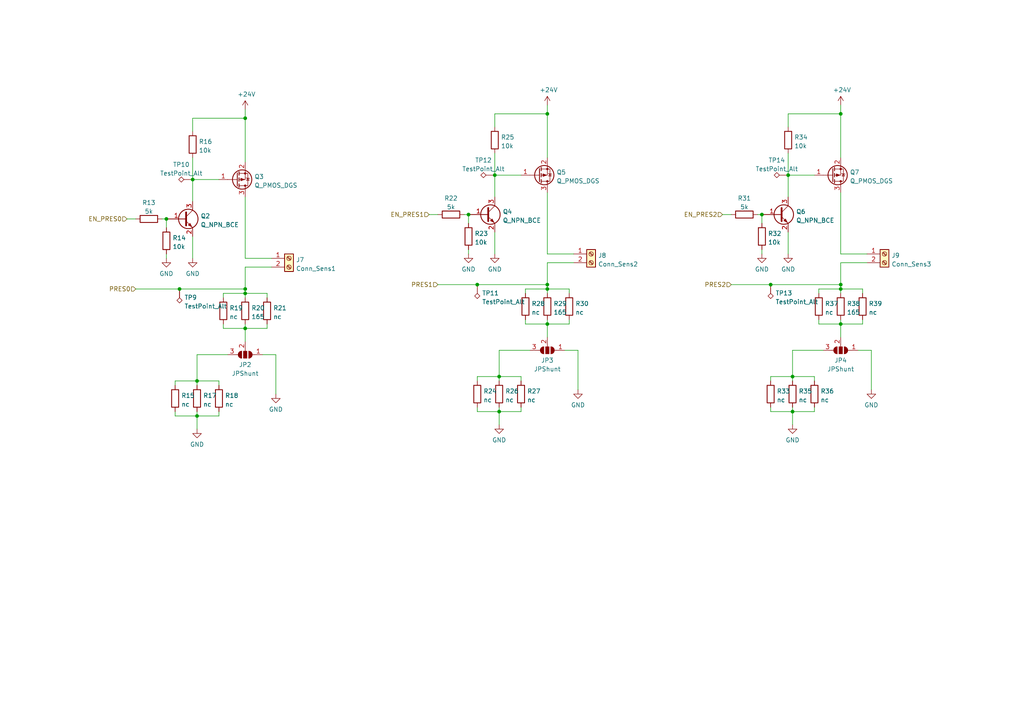
<source format=kicad_sch>
(kicad_sch (version 20211123) (generator eeschema)
  (paper "A4")
  (title_block (title "FloatPUMP Schematics") (date "2022-11-11") (rev "1.0") (company "robtor.de") (comment 1 "Controller board for up to 3 water pumps") (comment 2 "measuring capabilities with piezoresistive pressure sensors") (comment 3 "sensor input Range 4mA-20mA"))
  (lib_symbols
    (symbol "Connector:Screw_Terminal_01x02" (pin_names (offset 1.016) hide)
      (property "Reference" "J" (at 0 2.54 0))
      (property "Value" "Screw_Terminal_01x02" (at 0 -5.08 0))
      (symbol "Screw_Terminal_01x02_1_1"
        (rectangle (start -1.27 1.27) (end 1.27 -3.81) (stroke (width 0.254)) (fill (type background)))
        (circle (center 0 -2.54) (radius 0.635) (stroke (width 0.1524)))
        (polyline (pts (xy -0.5334 -2.2098) (xy 0.3302 -3.048)) (stroke (width 0.1524)))
        (polyline (pts (xy -0.5334 0.3302) (xy 0.3302 -0.508)) (stroke (width 0.1524)))
        (polyline (pts (xy -0.3556 -2.032) (xy 0.508 -2.8702)) (stroke (width 0.1524)))
        (polyline (pts (xy -0.3556 0.508) (xy 0.508 -0.3302)) (stroke (width 0.1524)))
        (circle (center 0 0) (radius 0.635) (stroke (width 0.1524)))
        (pin passive line (at -5.08 0 0) (length 3.81) (name "Pin_1") (number "1"))
        (pin passive line (at -5.08 -2.54 0) (length 3.81) (name "Pin_2") (number "2"))
      )
    )
    (symbol "Connector:TestPoint_Alt" (pin_numbers hide) (pin_names (offset 0.762) hide)
      (property "Reference" "TP" (at 0 6.858 0))
      (property "Value" "TestPoint_Alt" (at 0 5.08 0))
      (symbol "TestPoint_Alt_0_1"
        (polyline (pts (xy 0 2.54) (xy -0.762 3.302) (xy 0 4.064) (xy 0.762 3.302) (xy 0 2.54)))
      )
      (symbol "TestPoint_Alt_1_1"
        (pin passive line (at 0 0 90) (length 2.54) (name "1") (number "1"))
      )
    )
    (symbol "Device:Q_NPN_BEC" (pin_names (offset 0) hide)
      (property "Reference" "Q" (at 5.08 1.27 0))
      (property "Value" "Q_NPN_BEC" (at 5.08 -1.27 0))
      (symbol "Q_NPN_BEC_0_1"
        (polyline (pts (xy 0.635 0.635) (xy 2.54 2.54)))
        (polyline (pts (xy 0.635 -0.635) (xy 2.54 -2.54) (xy 2.54 -2.54)))
        (polyline (pts (xy 0.635 1.905) (xy 0.635 -1.905) (xy 0.635 -1.905)) (stroke (width 0.508)))
        (polyline (pts (xy 1.27 -1.778) (xy 1.778 -1.27) (xy 2.286 -2.286) (xy 1.27 -1.778) (xy 1.27 -1.778)) (fill (type outline)))
        (circle (center 1.27 0) (radius 2.8194) (stroke (width 0.254)))
      )
      (symbol "Q_NPN_BEC_1_1"
        (pin input line (at -5.08 0 0) (length 5.715) (name "B") (number "1"))
        (pin passive line (at 2.54 -5.08 90) (length 2.54) (name "E") (number "2"))
        (pin passive line (at 2.54 5.08 270) (length 2.54) (name "C") (number "3"))
      )
    )
    (symbol "Device:Q_PMOS_GSD" (pin_names (offset 0) hide)
      (property "Reference" "Q" (at 5.08 1.27 0))
      (property "Value" "Q_PMOS_GSD" (at 5.08 -1.27 0))
      (symbol "Q_PMOS_GSD_0_1"
        (polyline (pts (xy 0.254 0) (xy -2.54 0)))
        (polyline (pts (xy 0.254 1.905) (xy 0.254 -1.905)) (stroke (width 0.254)))
        (polyline (pts (xy 0.762 -1.27) (xy 0.762 -2.286)) (stroke (width 0.254)))
        (polyline (pts (xy 0.762 0.508) (xy 0.762 -0.508)) (stroke (width 0.254)))
        (polyline (pts (xy 0.762 2.286) (xy 0.762 1.27)) (stroke (width 0.254)))
        (polyline (pts (xy 2.54 2.54) (xy 2.54 1.778)))
        (polyline (pts (xy 2.54 -2.54) (xy 2.54 0) (xy 0.762 0)))
        (polyline (pts (xy 0.762 1.778) (xy 3.302 1.778) (xy 3.302 -1.778) (xy 0.762 -1.778)))
        (polyline (pts (xy 2.286 0) (xy 1.27 0.381) (xy 1.27 -0.381) (xy 2.286 0)) (fill (type outline)))
        (polyline (pts (xy 2.794 -0.508) (xy 2.921 -0.381) (xy 3.683 -0.381) (xy 3.81 -0.254)))
        (polyline (pts (xy 3.302 -0.381) (xy 2.921 0.254) (xy 3.683 0.254) (xy 3.302 -0.381)))
        (circle (center 1.651 0) (radius 2.794) (stroke (width 0.254)))
        (circle (center 2.54 -1.778) (radius 0.254) (fill (type outline)))
        (circle (center 2.54 1.778) (radius 0.254) (fill (type outline)))
      )
      (symbol "Q_PMOS_GSD_1_1"
        (pin input line (at -5.08 0 0) (length 2.54) (name "G") (number "1"))
        (pin passive line (at 2.54 -5.08 90) (length 2.54) (name "S") (number "2"))
        (pin passive line (at 2.54 5.08 270) (length 2.54) (name "D") (number "3"))
      )
    )
    (symbol "Device:R" (pin_numbers hide) (pin_names (offset 0))
      (property "Reference" "R" (at 2.032 0 90))
      (property "Value" "R" (at 0 0 90))
      (symbol "R_0_1"
        (rectangle (start -1.016 -2.54) (end 1.016 2.54) (stroke (width 0.254)))
      )
      (symbol "R_1_1"
        (pin passive line (at 0 3.81 270) (length 1.27) (name "~") (number "1"))
        (pin passive line (at 0 -3.81 90) (length 1.27) (name "~") (number "2"))
      )
    )
    (symbol "Jumper:SolderJumper_3_Open" (pin_names (offset 0) hide)
      (property "Reference" "JP" (at -2.54 -2.54 0))
      (property "Value" "SolderJumper_3_Open" (at 0 2.794 0))
      (symbol "SolderJumper_3_Open_0_1"
        (arc (start -1.016 1.016) (mid -2.032 0) (end -1.016 -1.016))
        (arc (start -1.016 1.016) (mid -2.032 0) (end -1.016 -1.016) (fill (type outline)))
        (rectangle (start -0.508 1.016) (end 0.508 -1.016) (fill (type outline)))
        (polyline (pts (xy -2.54 0) (xy -2.032 0)))
        (polyline (pts (xy -1.016 1.016) (xy -1.016 -1.016)))
        (polyline (pts (xy 0 -1.27) (xy 0 -1.016)))
        (polyline (pts (xy 1.016 1.016) (xy 1.016 -1.016)))
        (polyline (pts (xy 2.54 0) (xy 2.032 0)))
        (arc (start 1.016 -1.016) (mid 2.032 0) (end 1.016 1.016))
        (arc (start 1.016 -1.016) (mid 2.032 0) (end 1.016 1.016) (fill (type outline)))
      )
      (symbol "SolderJumper_3_Open_1_1"
        (pin passive line (at -5.08 0 0) (length 2.54) (name "A") (number "1"))
        (pin passive line (at 0 -3.81 90) (length 2.54) (name "C") (number "2"))
        (pin passive line (at 5.08 0 180) (length 2.54) (name "B") (number "3"))
      )
    )
    (symbol "power:+24V" (power) (pin_names (offset 0))
      (property "Value" "+24V" (at 0 3.556 0))
      (symbol "+24V_0_1"
        (polyline (pts (xy -0.762 1.27) (xy 0 2.54)))
        (polyline (pts (xy 0 0) (xy 0 2.54)))
        (polyline (pts (xy 0 2.54) (xy 0.762 1.27)))
      )
      (symbol "+24V_1_1"
        (pin power_in line (at 0 0 90) (length 0) hide (name "+24V") (number "1"))
      )
    )
    (symbol "power:GND" (power) (pin_names (offset 0))
      (property "Value" "GND" (at 0 -3.81 0))
      (symbol "GND_0_1"
        (polyline (pts (xy 0 0) (xy 0 -1.27) (xy 1.27 -1.27) (xy 0 -2.54) (xy -1.27 -1.27) (xy 0 -1.27)))
      )
      (symbol "GND_1_1"
        (pin power_in line (at 0 0 270) (length 0) hide (name "GND") (number "1"))
      )
    )
  )
  (junction (at 143.51 50.8))
  (junction (at 158.75 33.02))
  (junction (at 229.87 119.38))
  (junction (at 243.84 33.02))
  (junction (at 229.87 109.22))
  (junction (at 138.43 82.55))
  (junction (at 243.84 82.55))
  (junction (at 57.15 110.49))
  (junction (at 55.88 52.07))
  (junction (at 71.12 85.09))
  (junction (at 158.75 82.55))
  (junction (at 228.6 50.8))
  (junction (at 71.12 95.25))
  (junction (at 243.84 83.82))
  (junction (at 135.89 62.23))
  (junction (at 57.15 120.65))
  (junction (at 158.75 83.82))
  (junction (at 144.78 119.38))
  (junction (at 223.52 82.55))
  (junction (at 71.12 34.29))
  (junction (at 52.07 83.82))
  (junction (at 243.84 93.98))
  (junction (at 158.75 93.98))
  (junction (at 144.78 109.22))
  (junction (at 71.12 83.82))
  (junction (at 220.98 62.23))
  (junction (at 48.26 63.5))
  (wire (pts (xy 77.47 85.09) (xy 71.12 85.09)))
  (wire (pts (xy 39.37 83.82) (xy 52.07 83.82)))
  (wire (pts (xy 80.01 102.87) (xy 80.01 114.3)))
  (wire (pts (xy 219.71 62.23) (xy 220.98 62.23)))
  (wire (pts (xy 143.51 33.02) (xy 158.75 33.02)))
  (wire (pts (xy 220.98 72.39) (xy 220.98 73.66)))
  (wire (pts (xy 228.6 44.45) (xy 228.6 50.8)))
  (wire (pts (xy 237.49 85.09) (xy 237.49 83.82)))
  (wire (pts (xy 134.62 62.23) (xy 135.89 62.23)))
  (wire (pts (xy 144.78 101.6) (xy 153.67 101.6)))
  (wire (pts (xy 250.19 92.71) (xy 250.19 93.98)))
  (wire (pts (xy 158.75 82.55) (xy 158.75 83.82)))
  (wire (pts (xy 250.19 85.09) (xy 250.19 83.82)))
  (wire (pts (xy 71.12 31.75) (xy 71.12 34.29)))
  (wire (pts (xy 243.84 83.82) (xy 243.84 85.09)))
  (wire (pts (xy 55.88 45.72) (xy 55.88 52.07)))
  (wire (pts (xy 71.12 83.82) (xy 71.12 85.09)))
  (wire (pts (xy 152.4 93.98) (xy 158.75 93.98)))
  (wire (pts (xy 166.37 76.2) (xy 158.75 76.2)))
  (wire (pts (xy 243.84 92.71) (xy 243.84 93.98)))
  (wire (pts (xy 64.77 85.09) (xy 71.12 85.09)))
  (wire (pts (xy 229.87 109.22) (xy 229.87 110.49)))
  (wire (pts (xy 165.1 85.09) (xy 165.1 83.82)))
  (wire (pts (xy 77.47 86.36) (xy 77.47 85.09)))
  (wire (pts (xy 228.6 67.31) (xy 228.6 73.66)))
  (wire (pts (xy 229.87 118.11) (xy 229.87 119.38)))
  (wire (pts (xy 158.75 76.2) (xy 158.75 82.55)))
  (wire (pts (xy 223.52 119.38) (xy 229.87 119.38)))
  (wire (pts (xy 151.13 110.49) (xy 151.13 109.22)))
  (wire (pts (xy 57.15 110.49) (xy 57.15 111.76)))
  (wire (pts (xy 50.8 111.76) (xy 50.8 110.49)))
  (wire (pts (xy 248.92 101.6) (xy 252.73 101.6)))
  (wire (pts (xy 71.12 57.15) (xy 71.12 74.93)))
  (wire (pts (xy 52.07 83.82) (xy 71.12 83.82)))
  (wire (pts (xy 124.46 62.23) (xy 127 62.23)))
  (wire (pts (xy 252.73 101.6) (xy 252.73 113.03)))
  (wire (pts (xy 50.8 119.38) (xy 50.8 120.65)))
  (wire (pts (xy 144.78 119.38) (xy 151.13 119.38)))
  (wire (pts (xy 152.4 92.71) (xy 152.4 93.98)))
  (wire (pts (xy 50.8 120.65) (xy 57.15 120.65)))
  (wire (pts (xy 48.26 63.5) (xy 48.26 66.04)))
  (wire (pts (xy 76.2 102.87) (xy 80.01 102.87)))
  (wire (pts (xy 57.15 102.87) (xy 66.04 102.87)))
  (wire (pts (xy 144.78 119.38) (xy 144.78 123.19)))
  (wire (pts (xy 158.75 93.98) (xy 158.75 97.79)))
  (wire (pts (xy 138.43 110.49) (xy 138.43 109.22)))
  (wire (pts (xy 152.4 83.82) (xy 158.75 83.82)))
  (wire (pts (xy 223.52 82.55) (xy 243.84 82.55)))
  (wire (pts (xy 158.75 55.88) (xy 158.75 73.66)))
  (wire (pts (xy 151.13 118.11) (xy 151.13 119.38)))
  (wire (pts (xy 228.6 36.83) (xy 228.6 33.02)))
  (wire (pts (xy 158.75 30.48) (xy 158.75 33.02)))
  (wire (pts (xy 228.6 50.8) (xy 236.22 50.8)))
  (wire (pts (xy 138.43 119.38) (xy 144.78 119.38)))
  (wire (pts (xy 143.51 36.83) (xy 143.51 33.02)))
  (wire (pts (xy 64.77 95.25) (xy 71.12 95.25)))
  (wire (pts (xy 220.98 62.23) (xy 220.98 64.77)))
  (wire (pts (xy 78.74 77.47) (xy 71.12 77.47)))
  (wire (pts (xy 229.87 101.6) (xy 229.87 109.22)))
  (wire (pts (xy 135.89 72.39) (xy 135.89 73.66)))
  (wire (pts (xy 158.75 83.82) (xy 158.75 85.09)))
  (wire (pts (xy 236.22 110.49) (xy 236.22 109.22)))
  (wire (pts (xy 78.74 74.93) (xy 71.12 74.93)))
  (wire (pts (xy 55.88 38.1) (xy 55.88 34.29)))
  (wire (pts (xy 229.87 119.38) (xy 236.22 119.38)))
  (wire (pts (xy 71.12 95.25) (xy 77.47 95.25)))
  (wire (pts (xy 243.84 93.98) (xy 243.84 97.79)))
  (wire (pts (xy 55.88 52.07) (xy 63.5 52.07)))
  (wire (pts (xy 36.83 63.5) (xy 39.37 63.5)))
  (wire (pts (xy 223.52 109.22) (xy 229.87 109.22)))
  (wire (pts (xy 251.46 73.66) (xy 243.84 73.66)))
  (wire (pts (xy 243.84 82.55) (xy 243.84 83.82)))
  (wire (pts (xy 212.09 82.55) (xy 223.52 82.55)))
  (wire (pts (xy 55.88 68.58) (xy 55.88 74.93)))
  (wire (pts (xy 243.84 93.98) (xy 250.19 93.98)))
  (wire (pts (xy 138.43 109.22) (xy 144.78 109.22)))
  (wire (pts (xy 143.51 50.8) (xy 143.51 57.15)))
  (wire (pts (xy 163.83 101.6) (xy 167.64 101.6)))
  (wire (pts (xy 236.22 109.22) (xy 229.87 109.22)))
  (wire (pts (xy 55.88 34.29) (xy 71.12 34.29)))
  (wire (pts (xy 138.43 118.11) (xy 138.43 119.38)))
  (wire (pts (xy 143.51 44.45) (xy 143.51 50.8)))
  (wire (pts (xy 127 82.55) (xy 138.43 82.55)))
  (wire (pts (xy 64.77 86.36) (xy 64.77 85.09)))
  (wire (pts (xy 251.46 76.2) (xy 243.84 76.2)))
  (wire (pts (xy 50.8 110.49) (xy 57.15 110.49)))
  (wire (pts (xy 158.75 93.98) (xy 165.1 93.98)))
  (wire (pts (xy 237.49 83.82) (xy 243.84 83.82)))
  (wire (pts (xy 209.55 62.23) (xy 212.09 62.23)))
  (wire (pts (xy 71.12 34.29) (xy 71.12 46.99)))
  (wire (pts (xy 237.49 92.71) (xy 237.49 93.98)))
  (wire (pts (xy 250.19 83.82) (xy 243.84 83.82)))
  (wire (pts (xy 135.89 64.77) (xy 135.89 62.23)))
  (wire (pts (xy 57.15 102.87) (xy 57.15 110.49)))
  (wire (pts (xy 228.6 50.8) (xy 228.6 57.15)))
  (wire (pts (xy 165.1 92.71) (xy 165.1 93.98)))
  (wire (pts (xy 144.78 118.11) (xy 144.78 119.38)))
  (wire (pts (xy 143.51 67.31) (xy 143.51 73.66)))
  (wire (pts (xy 55.88 52.07) (xy 55.88 58.42)))
  (wire (pts (xy 57.15 120.65) (xy 63.5 120.65)))
  (wire (pts (xy 77.47 93.98) (xy 77.47 95.25)))
  (wire (pts (xy 57.15 119.38) (xy 57.15 120.65)))
  (wire (pts (xy 57.15 120.65) (xy 57.15 124.46)))
  (wire (pts (xy 64.77 93.98) (xy 64.77 95.25)))
  (wire (pts (xy 236.22 118.11) (xy 236.22 119.38)))
  (wire (pts (xy 158.75 33.02) (xy 158.75 45.72)))
  (wire (pts (xy 152.4 85.09) (xy 152.4 83.82)))
  (wire (pts (xy 63.5 111.76) (xy 63.5 110.49)))
  (wire (pts (xy 229.87 101.6) (xy 238.76 101.6)))
  (wire (pts (xy 243.84 33.02) (xy 243.84 45.72)))
  (wire (pts (xy 48.26 73.66) (xy 48.26 74.93)))
  (wire (pts (xy 166.37 73.66) (xy 158.75 73.66)))
  (wire (pts (xy 71.12 95.25) (xy 71.12 99.06)))
  (wire (pts (xy 237.49 93.98) (xy 243.84 93.98)))
  (wire (pts (xy 138.43 82.55) (xy 158.75 82.55)))
  (wire (pts (xy 165.1 83.82) (xy 158.75 83.82)))
  (wire (pts (xy 63.5 119.38) (xy 63.5 120.65)))
  (wire (pts (xy 143.51 50.8) (xy 151.13 50.8)))
  (wire (pts (xy 223.52 110.49) (xy 223.52 109.22)))
  (wire (pts (xy 144.78 101.6) (xy 144.78 109.22)))
  (wire (pts (xy 158.75 92.71) (xy 158.75 93.98)))
  (wire (pts (xy 243.84 76.2) (xy 243.84 82.55)))
  (wire (pts (xy 228.6 33.02) (xy 243.84 33.02)))
  (wire (pts (xy 71.12 85.09) (xy 71.12 86.36)))
  (wire (pts (xy 229.87 119.38) (xy 229.87 123.19)))
  (wire (pts (xy 167.64 101.6) (xy 167.64 113.03)))
  (wire (pts (xy 71.12 77.47) (xy 71.12 83.82)))
  (wire (pts (xy 151.13 109.22) (xy 144.78 109.22)))
  (wire (pts (xy 243.84 30.48) (xy 243.84 33.02)))
  (wire (pts (xy 71.12 93.98) (xy 71.12 95.25)))
  (wire (pts (xy 243.84 55.88) (xy 243.84 73.66)))
  (wire (pts (xy 46.99 63.5) (xy 48.26 63.5)))
  (wire (pts (xy 223.52 118.11) (xy 223.52 119.38)))
  (wire (pts (xy 144.78 109.22) (xy 144.78 110.49)))
  (wire (pts (xy 63.5 110.49) (xy 57.15 110.49)))
  (hierarchical_label "EN_PRES1" (shape input) (at 124.46 62.23 180))
  (hierarchical_label "PRES2" (shape input) (at 212.09 82.55 180))
  (hierarchical_label "PRES0" (shape input) (at 39.37 83.82 180))
  (hierarchical_label "EN_PRES2" (shape input) (at 209.55 62.23 180))
  (hierarchical_label "EN_PRES0" (shape input) (at 36.83 63.5 180))
  (hierarchical_label "PRES1" (shape input) (at 127 82.55 180))
  (symbol (lib_id "power:+24V") (at 71.12 31.75 0) (unit 1)
    (property "Reference" "#PWR039" (effects hide))
    (property "Value" "+24V" (at 71.501 27.3558 0))
  )
  (symbol (lib_id "power:+24V") (at 158.75 30.48 0) (unit 1)
    (property "Reference" "#PWR044" (effects hide))
    (property "Value" "+24V" (at 159.131 26.0858 0))
  )
  (symbol (lib_id "Device:R") (at 165.1 88.9 0) (unit 1)
    (property "Reference" "R30" (at 166.878 88.0653 0) (effects (justify left)))
    (property "Value" "nc" (at 166.878 90.6022 0) (effects (justify left)))
  )
  (symbol (lib_id "Device:R") (at 57.15 115.57 0) (unit 1)
    (property "Reference" "R17" (at 58.928 114.7353 0) (effects (justify left)))
    (property "Value" "nc" (at 58.928 117.2722 0) (effects (justify left)))
  )
  (symbol (lib_id "Device:R") (at 151.13 114.3 0) (unit 1)
    (property "Reference" "R27" (at 152.908 113.4653 0) (effects (justify left)))
    (property "Value" "nc" (at 152.908 116.0022 0) (effects (justify left)))
  )
  (symbol (lib_id "Device:R") (at 223.52 114.3 0) (unit 1)
    (property "Reference" "R33" (at 225.298 113.4653 0) (effects (justify left)))
    (property "Value" "nc" (at 225.298 116.0022 0) (effects (justify left)))
  )
  (symbol (lib_id "Device:R") (at 77.47 90.17 0) (unit 1)
    (property "Reference" "R21" (at 79.248 89.3353 0) (effects (justify left)))
    (property "Value" "nc" (at 79.248 91.8722 0) (effects (justify left)))
  )
  (symbol (lib_id "Device:R") (at 250.19 88.9 0) (unit 1)
    (property "Reference" "R39" (at 251.968 88.0653 0) (effects (justify left)))
    (property "Value" "nc" (at 251.968 90.6022 0) (effects (justify left)))
  )
  (symbol (lib_id "Device:R") (at 229.87 114.3 0) (unit 1)
    (property "Reference" "R35" (at 231.648 113.4653 0) (effects (justify left)))
    (property "Value" "nc" (at 231.648 116.0022 0) (effects (justify left)))
  )
  (symbol (lib_id "Device:R") (at 152.4 88.9 0) (unit 1)
    (property "Reference" "R28" (at 154.178 88.0653 0) (effects (justify left)))
    (property "Value" "nc" (at 154.178 90.6022 0) (effects (justify left)))
  )
  (symbol (lib_id "power:+24V") (at 243.84 30.48 0) (unit 1)
    (property "Reference" "#PWR049" (effects hide))
    (property "Value" "+24V" (at 244.221 26.0858 0))
  )
  (symbol (lib_id "Device:Q_PMOS_GSD") (at 156.21 50.8 0) (mirror x) (unit 1)
    (property "Reference" "Q5" (at 161.417 49.9653 0) (effects (justify left)))
    (property "Value" "Q_PMOS_DGS" (at 161.417 52.5022 0) (effects (justify left)))
    (property "Footprint" "Package_TO_SOT_SMD:SOT-23" (effects hide))
    (property "Datasheet" "https://datasheet.lcsc.com/lcsc/1809291614_Jiangsu-Changjing-Electronics-Technology-Co---Ltd--BSS84_C114481.pdf" (effects hide))
    (property "JLCPCB" " C114481" (effects hide))
  )
  (symbol (lib_id "power:GND") (at 228.6 73.66 0) (unit 1)
    (property "Reference" "#PWR047" (effects hide))
    (property "Value" "GND" (at 228.6 78.1034 0))
  )
  (symbol (lib_id "Device:R") (at 144.78 114.3 0) (unit 1)
    (property "Reference" "R26" (at 146.558 113.4653 0) (effects (justify left)))
    (property "Value" "nc" (at 146.558 116.0022 0) (effects (justify left)))
  )
  (symbol (lib_id "Device:R") (at 236.22 114.3 0) (unit 1)
    (property "Reference" "R36" (at 237.998 113.4653 0) (effects (justify left)))
    (property "Value" "nc" (at 237.998 116.0022 0) (effects (justify left)))
  )
  (symbol (lib_id "Device:Q_NPN_BEC") (at 140.97 62.23 0) (unit 1)
    (property "Reference" "Q4" (at 145.8214 61.3953 0) (effects (justify left)))
    (property "Value" "Q_NPN_BCE" (at 145.8214 63.9322 0) (effects (justify left)))
    (property "Footprint" "Package_TO_SOT_SMD:SOT-23" (effects hide))
  )
  (symbol (lib_id "Device:R") (at 237.49 88.9 0) (unit 1)
    (property "Reference" "R37" (at 239.268 88.0653 0) (effects (justify left)))
    (property "Value" "nc" (at 239.268 90.6022 0) (effects (justify left)))
  )
  (symbol (lib_id "Device:Q_PMOS_GSD") (at 68.58 52.07 0) (mirror x) (unit 1)
    (property "Reference" "Q3" (at 73.787 51.2353 0) (effects (justify left)))
    (property "Value" "Q_PMOS_DGS" (at 73.787 53.7722 0) (effects (justify left)))
    (property "Footprint" "Package_TO_SOT_SMD:SOT-23" (effects hide))
    (property "Datasheet" "https://datasheet.lcsc.com/lcsc/1809291614_Jiangsu-Changjing-Electronics-Technology-Co---Ltd--BSS84_C114481.pdf" (effects hide))
    (property "JLCPCB" " C114481" (effects hide))
  )
  (symbol (lib_id "power:GND") (at 167.64 113.03 0) (unit 1)
    (property "Reference" "#PWR045" (effects hide))
    (property "Value" "GND" (at 167.64 117.4734 0))
  )
  (symbol (lib_id "Connector:TestPoint_Alt") (at 52.07 83.82 180) (unit 1)
    (property "Reference" "TP9" (at 53.467 86.2873 0) (effects (justify right)))
    (property "Value" "TestPoint_Alt" (at 53.467 88.8242 0) (effects (justify right)))
    (property "Footprint" "TestPoint:TestPoint_Pad_D1.0mm" (effects hide))
  )
  (symbol (lib_id "Connector:TestPoint_Alt") (at 223.52 82.55 180) (unit 1)
    (property "Reference" "TP13" (at 224.917 85.0173 0) (effects (justify right)))
    (property "Value" "TestPoint_Alt" (at 224.917 87.5542 0) (effects (justify right)))
    (property "Footprint" "TestPoint:TestPoint_Pad_D1.0mm" (effects hide))
  )
  (symbol (lib_id "Device:Q_NPN_BEC") (at 226.06 62.23 0) (unit 1)
    (property "Reference" "Q6" (at 230.9114 61.3953 0) (effects (justify left)))
    (property "Value" "Q_NPN_BCE" (at 230.9114 63.9322 0) (effects (justify left)))
    (property "Footprint" "Package_TO_SOT_SMD:SOT-23" (effects hide))
  )
  (symbol (lib_id "Device:R") (at 215.9 62.23 90) (unit 1)
    (property "Reference" "R31" (at 215.9 57.5142 90))
    (property "Value" "5k" (at 215.9 60.0511 90))
    (property "Footprint" "Resistor_SMD:R_0402_1005Metric" (effects hide))
    (property "JLCPCB" "C332873" (effects hide))
  )
  (symbol (lib_id "Device:R") (at 55.88 41.91 0) (unit 1)
    (property "Reference" "R16" (at 57.658 41.0753 0) (effects (justify left)))
    (property "Value" "10k" (at 57.658 43.6122 0) (effects (justify left)))
    (property "Footprint" "Resistor_SMD:R_0603_1608Metric" (effects hide))
    (property "JLCPCB" "C238881" (effects hide))
  )
  (symbol (lib_id "power:GND") (at 229.87 123.19 0) (unit 1)
    (property "Reference" "#PWR048" (effects hide))
    (property "Value" "GND" (at 229.87 127.6334 0))
  )
  (symbol (lib_id "power:GND") (at 252.73 113.03 0) (unit 1)
    (property "Reference" "#PWR050" (effects hide))
    (property "Value" "GND" (at 252.73 117.4734 0))
  )
  (symbol (lib_id "Connector:TestPoint_Alt") (at 143.51 50.8 90) (unit 1)
    (property "Reference" "TP12" (at 140.208 46.4652 90))
    (property "Value" "TestPoint_Alt" (at 140.208 49.0021 90))
    (property "Footprint" "TestPoint:TestPoint_Pad_D1.0mm" (effects hide))
  )
  (symbol (lib_id "Device:R") (at 63.5 115.57 0) (unit 1)
    (property "Reference" "R18" (at 65.278 114.7353 0) (effects (justify left)))
    (property "Value" "nc" (at 65.278 117.2722 0) (effects (justify left)))
  )
  (symbol (lib_id "power:GND") (at 48.26 74.93 0) (unit 1)
    (property "Reference" "#PWR036" (effects hide))
    (property "Value" "GND" (at 48.26 79.3734 0))
  )
  (symbol (lib_id "power:GND") (at 135.89 73.66 0) (unit 1)
    (property "Reference" "#PWR041" (effects hide))
    (property "Value" "GND" (at 135.89 78.1034 0))
  )
  (symbol (lib_id "Device:Q_NPN_BEC") (at 53.34 63.5 0) (unit 1)
    (property "Reference" "Q2" (at 58.1914 62.6653 0) (effects (justify left)))
    (property "Value" "Q_NPN_BCE" (at 58.1914 65.2022 0) (effects (justify left)))
    (property "Footprint" "Package_TO_SOT_SMD:SOT-23" (effects hide))
  )
  (symbol (lib_id "Device:R") (at 50.8 115.57 0) (unit 1)
    (property "Reference" "R15" (at 52.578 114.7353 0) (effects (justify left)))
    (property "Value" "nc" (at 52.578 117.2722 0) (effects (justify left)))
  )
  (symbol (lib_id "Connector:TestPoint_Alt") (at 138.43 82.55 180) (unit 1)
    (property "Reference" "TP11" (at 139.827 85.0173 0) (effects (justify right)))
    (property "Value" "TestPoint_Alt" (at 139.827 87.5542 0) (effects (justify right)))
    (property "Footprint" "TestPoint:TestPoint_Pad_D1.0mm" (effects hide))
  )
  (symbol (lib_id "Jumper:SolderJumper_3_Open") (at 71.12 102.87 180) (unit 1)
    (property "Reference" "JP2" (at 71.12 105.7894 0))
    (property "Value" "JPShunt" (at 71.12 108.3263 0))
    (property "Footprint" "Jumper:SolderJumper-3_P1.3mm_Open_RoundedPad1.0x1.5mm_NumberLabels" (effects hide))
  )
  (symbol (lib_id "Connector:TestPoint_Alt") (at 55.88 52.07 90) (unit 1)
    (property "Reference" "TP10" (at 52.578 47.7352 90))
    (property "Value" "TestPoint_Alt" (at 52.578 50.2721 90))
    (property "Footprint" "TestPoint:TestPoint_Pad_D1.0mm" (effects hide))
  )
  (symbol (lib_id "power:GND") (at 80.01 114.3 0) (unit 1)
    (property "Reference" "#PWR040" (effects hide))
    (property "Value" "GND" (at 80.01 118.7434 0))
  )
  (symbol (lib_id "power:GND") (at 143.51 73.66 0) (unit 1)
    (property "Reference" "#PWR042" (effects hide))
    (property "Value" "GND" (at 143.51 78.1034 0))
  )
  (symbol (lib_id "Device:R") (at 220.98 68.58 0) (unit 1)
    (property "Reference" "R32" (at 222.758 67.7453 0) (effects (justify left)))
    (property "Value" "10k" (at 222.758 70.2822 0) (effects (justify left)))
    (property "Footprint" "Resistor_SMD:R_0603_1608Metric" (effects hide))
    (property "JLCPCB" "C238881" (effects hide))
  )
  (symbol (lib_id "Device:R") (at 135.89 68.58 0) (unit 1)
    (property "Reference" "R23" (at 137.668 67.7453 0) (effects (justify left)))
    (property "Value" "10k" (at 137.668 70.2822 0) (effects (justify left)))
    (property "Footprint" "Resistor_SMD:R_0603_1608Metric" (effects hide))
    (property "JLCPCB" "C238881" (effects hide))
  )
  (symbol (lib_id "Device:R") (at 158.75 88.9 0) (unit 1)
    (property "Reference" "R29" (at 160.528 88.0653 0) (effects (justify left)))
    (property "Value" "165" (at 160.528 90.6022 0) (effects (justify left)))
    (property "Footprint" "Resistor_THT:R_Axial_DIN0207_L6.3mm_D2.5mm_P10.16mm_Horizontal" (effects hide))
  )
  (symbol (lib_id "Connector:Screw_Terminal_01x02") (at 256.54 73.66 0) (unit 1)
    (property "Reference" "J9" (at 258.572 74.0953 0) (effects (justify left)))
    (property "Value" "Conn_Sens3" (at 258.572 76.6322 0) (effects (justify left)))
    (property "Footprint" "Connector_PinHeader_2.54mm:PinHeader_1x02_P2.54mm_Vertical" (effects hide))
  )
  (symbol (lib_id "Device:R") (at 138.43 114.3 0) (unit 1)
    (property "Reference" "R24" (at 140.208 113.4653 0) (effects (justify left)))
    (property "Value" "nc" (at 140.208 116.0022 0) (effects (justify left)))
  )
  (symbol (lib_id "Connector:Screw_Terminal_01x02") (at 171.45 73.66 0) (unit 1)
    (property "Reference" "J8" (at 173.482 74.0953 0) (effects (justify left)))
    (property "Value" "Conn_Sens2" (at 173.482 76.6322 0) (effects (justify left)))
    (property "Footprint" "Connector_PinHeader_2.54mm:PinHeader_1x02_P2.54mm_Vertical" (effects hide))
  )
  (symbol (lib_id "Device:R") (at 48.26 69.85 0) (unit 1)
    (property "Reference" "R14" (at 50.038 69.0153 0) (effects (justify left)))
    (property "Value" "10k" (at 50.038 71.5522 0) (effects (justify left)))
    (property "Footprint" "Resistor_SMD:R_0603_1608Metric" (effects hide))
    (property "JLCPCB" "C238881" (effects hide))
  )
  (symbol (lib_id "power:GND") (at 57.15 124.46 0) (unit 1)
    (property "Reference" "#PWR038" (effects hide))
    (property "Value" "GND" (at 57.15 128.9034 0))
  )
  (symbol (lib_id "Device:R") (at 243.84 88.9 0) (unit 1)
    (property "Reference" "R38" (at 245.618 88.0653 0) (effects (justify left)))
    (property "Value" "165" (at 245.618 90.6022 0) (effects (justify left)))
    (property "Footprint" "Resistor_THT:R_Axial_DIN0207_L6.3mm_D2.5mm_P10.16mm_Horizontal" (effects hide))
  )
  (symbol (lib_id "Jumper:SolderJumper_3_Open") (at 243.84 101.6 180) (unit 1)
    (property "Reference" "JP4" (at 243.84 104.5194 0))
    (property "Value" "JPShunt" (at 243.84 107.0563 0))
    (property "Footprint" "Jumper:SolderJumper-3_P1.3mm_Open_RoundedPad1.0x1.5mm_NumberLabels" (effects hide))
  )
  (symbol (lib_id "Device:R") (at 71.12 90.17 0) (unit 1)
    (property "Reference" "R20" (at 72.898 89.3353 0) (effects (justify left)))
    (property "Value" "165" (at 72.898 91.8722 0) (effects (justify left)))
    (property "Footprint" "Resistor_THT:R_Axial_DIN0207_L6.3mm_D2.5mm_P10.16mm_Horizontal" (effects hide))
  )
  (symbol (lib_id "Connector:Screw_Terminal_01x02") (at 83.82 74.93 0) (unit 1)
    (property "Reference" "J7" (at 85.852 75.3653 0) (effects (justify left)))
    (property "Value" "Conn_Sens1" (at 85.852 77.9022 0) (effects (justify left)))
    (property "Footprint" "Connector_PinHeader_2.54mm:PinHeader_1x02_P2.54mm_Vertical" (effects hide))
  )
  (symbol (lib_id "Device:R") (at 130.81 62.23 90) (unit 1)
    (property "Reference" "R22" (at 130.81 57.5142 90))
    (property "Value" "5k" (at 130.81 60.0511 90))
    (property "Footprint" "Resistor_SMD:R_0402_1005Metric" (effects hide))
    (property "JLCPCB" "C332873" (effects hide))
  )
  (symbol (lib_id "Device:Q_PMOS_GSD") (at 241.3 50.8 0) (mirror x) (unit 1)
    (property "Reference" "Q7" (at 246.507 49.9653 0) (effects (justify left)))
    (property "Value" "Q_PMOS_DGS" (at 246.507 52.5022 0) (effects (justify left)))
    (property "Footprint" "Package_TO_SOT_SMD:SOT-23" (effects hide))
    (property "Datasheet" "https://datasheet.lcsc.com/lcsc/1809291614_Jiangsu-Changjing-Electronics-Technology-Co---Ltd--BSS84_C114481.pdf" (effects hide))
    (property "JLCPCB" " C114481" (effects hide))
  )
  (symbol (lib_id "power:GND") (at 144.78 123.19 0) (unit 1)
    (property "Reference" "#PWR043" (effects hide))
    (property "Value" "GND" (at 144.78 127.6334 0))
  )
  (symbol (lib_id "Jumper:SolderJumper_3_Open") (at 158.75 101.6 180) (unit 1)
    (property "Reference" "JP3" (at 158.75 104.5194 0))
    (property "Value" "JPShunt" (at 158.75 107.0563 0))
    (property "Footprint" "Jumper:SolderJumper-3_P1.3mm_Open_RoundedPad1.0x1.5mm_NumberLabels" (effects hide))
  )
  (symbol (lib_id "power:GND") (at 220.98 73.66 0) (unit 1)
    (property "Reference" "#PWR046" (effects hide))
    (property "Value" "GND" (at 220.98 78.1034 0))
  )
  (symbol (lib_id "Connector:TestPoint_Alt") (at 228.6 50.8 90) (unit 1)
    (property "Reference" "TP14" (at 225.298 46.4652 90))
    (property "Value" "TestPoint_Alt" (at 225.298 49.0021 90))
    (property "Footprint" "TestPoint:TestPoint_Pad_D1.0mm" (effects hide))
  )
  (symbol (lib_id "Device:R") (at 228.6 40.64 0) (unit 1)
    (property "Reference" "R34" (at 230.378 39.8053 0) (effects (justify left)))
    (property "Value" "10k" (at 230.378 42.3422 0) (effects (justify left)))
    (property "Footprint" "Resistor_SMD:R_0603_1608Metric" (effects hide))
    (property "JLCPCB" "C238881" (effects hide))
  )
  (symbol (lib_id "power:GND") (at 55.88 74.93 0) (unit 1)
    (property "Reference" "#PWR037" (effects hide))
    (property "Value" "GND" (at 55.88 79.3734 0))
  )
  (symbol (lib_id "Device:R") (at 64.77 90.17 0) (unit 1)
    (property "Reference" "R19" (at 66.548 89.3353 0) (effects (justify left)))
    (property "Value" "nc" (at 66.548 91.8722 0) (effects (justify left)))
  )
  (symbol (lib_id "Device:R") (at 43.18 63.5 90) (unit 1)
    (property "Reference" "R13" (at 43.18 58.7842 90))
    (property "Value" "5k" (at 43.18 61.3211 90))
    (property "Footprint" "Resistor_SMD:R_0402_1005Metric" (effects hide))
    (property "JLCPCB" "C332873" (effects hide))
  )
  (symbol (lib_id "Device:R") (at 143.51 40.64 0) (unit 1)
    (property "Reference" "R25" (at 145.288 39.8053 0) (effects (justify left)))
    (property "Value" "10k" (at 145.288 42.3422 0) (effects (justify left)))
    (property "Footprint" "Resistor_SMD:R_0603_1608Metric" (effects hide))
    (property "JLCPCB" "C238881" (effects hide))
  )
)
</source>
